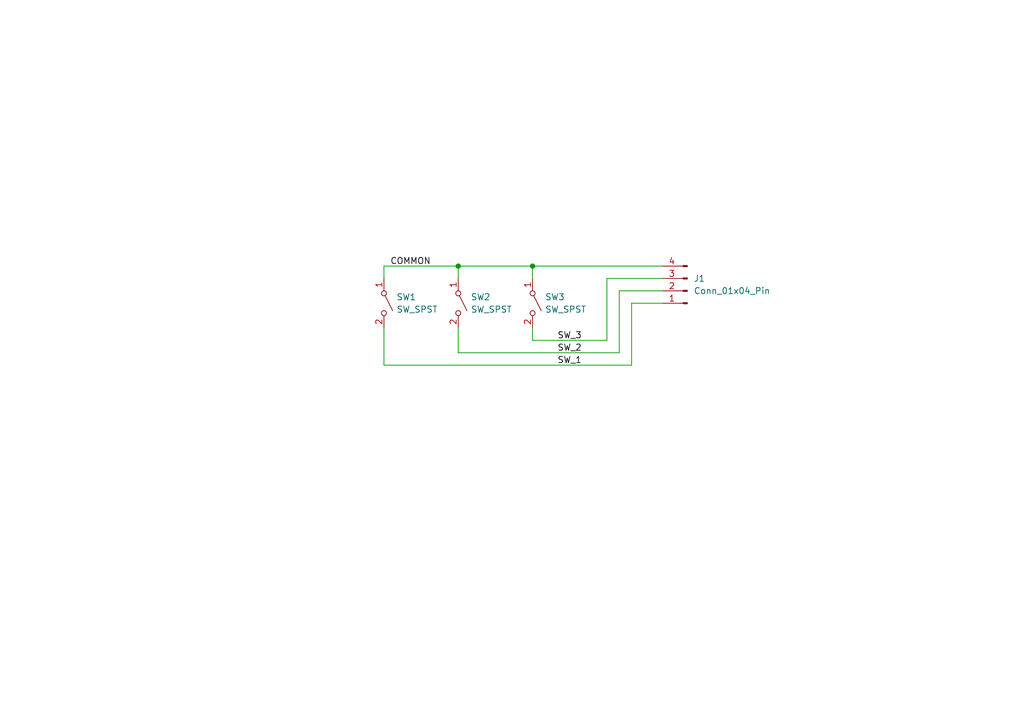
<source format=kicad_sch>
(kicad_sch (version 20231120) (generator "eeschema") (generator_version "8.0")
  (paper "A5")
  (title_block (title "Mechanical Switch Breakout Schematic") (date "2024-06-07") (rev "0.1.0"))
  (lib_symbols
    (symbol "Connector:Conn_01x04_Pin" (pin_names (offset 1.016) hide)
      (property "Reference" "J" (at 0 5.08 0))
      (property "Value" "Conn_01x04_Pin" (at 0 -7.62 0))
      (symbol "Conn_01x04_Pin_1_1"
        (polyline (pts (xy 1.27 -5.08) (xy 0.8636 -5.08)) (stroke (width 0.1524)))
        (polyline (pts (xy 1.27 -2.54) (xy 0.8636 -2.54)) (stroke (width 0.1524)))
        (polyline (pts (xy 1.27 0) (xy 0.8636 0)) (stroke (width 0.1524)))
        (polyline (pts (xy 1.27 2.54) (xy 0.8636 2.54)) (stroke (width 0.1524)))
        (rectangle (start 0.8636 -4.953) (end 0 -5.207) (stroke (width 0.1524)) (fill (type outline)))
        (rectangle (start 0.8636 -2.413) (end 0 -2.667) (stroke (width 0.1524)) (fill (type outline)))
        (rectangle (start 0.8636 0.127) (end 0 -0.127) (stroke (width 0.1524)) (fill (type outline)))
        (rectangle (start 0.8636 2.667) (end 0 2.413) (stroke (width 0.1524)) (fill (type outline)))
        (pin passive line (at 5.08 2.54 180) (length 3.81) (name "Pin_1") (number "1"))
        (pin passive line (at 5.08 0 180) (length 3.81) (name "Pin_2") (number "2"))
        (pin passive line (at 5.08 -2.54 180) (length 3.81) (name "Pin_3") (number "3"))
        (pin passive line (at 5.08 -5.08 180) (length 3.81) (name "Pin_4") (number "4"))
      )
    )
    (symbol "Switch:SW_SPST" (pin_names (offset 0) hide)
      (property "Reference" "SW" (at 0 3.175 0))
      (property "Value" "SW_SPST" (at 0 -2.54 0))
      (symbol "SW_SPST_0_0"
        (circle (center -2.032 0) (radius 0.508))
        (polyline (pts (xy -1.524 0.254) (xy 1.524 1.778)))
        (circle (center 2.032 0) (radius 0.508))
      )
      (symbol "SW_SPST_1_1"
        (pin passive line (at -5.08 0 0) (length 2.54) (name "A") (number "1"))
        (pin passive line (at 5.08 0 180) (length 2.54) (name "B") (number "2"))
      )
    )
  )
  (junction (at 93.98 54.61))
  (junction (at 109.22 54.61))
  (wire (pts (xy 129.54 74.93) (xy 129.54 62.23)))
  (wire (pts (xy 93.98 54.61) (xy 109.22 54.61)))
  (wire (pts (xy 109.22 54.61) (xy 135.89 54.61)))
  (wire (pts (xy 124.46 57.15) (xy 135.89 57.15)))
  (wire (pts (xy 78.74 67.31) (xy 78.74 74.93)))
  (wire (pts (xy 78.74 74.93) (xy 129.54 74.93)))
  (wire (pts (xy 93.98 67.31) (xy 93.98 72.39)))
  (wire (pts (xy 129.54 62.23) (xy 135.89 62.23)))
  (wire (pts (xy 93.98 54.61) (xy 93.98 57.15)))
  (wire (pts (xy 78.74 54.61) (xy 78.74 57.15)))
  (wire (pts (xy 109.22 67.31) (xy 109.22 69.85)))
  (wire (pts (xy 109.22 57.15) (xy 109.22 54.61)))
  (wire (pts (xy 109.22 69.85) (xy 124.46 69.85)))
  (wire (pts (xy 127 59.69) (xy 135.89 59.69)))
  (wire (pts (xy 124.46 57.15) (xy 124.46 69.85)))
  (wire (pts (xy 127 72.39) (xy 127 59.69)))
  (wire (pts (xy 78.74 54.61) (xy 93.98 54.61)))
  (wire (pts (xy 93.98 72.39) (xy 127 72.39)))
  (label "SW_2" (at 114.3 72.39 0))
  (label "COMMON" (at 80.01 54.61 0))
  (label "SW_1" (at 114.3 74.93 0))
  (label "SW_3" (at 114.3 69.85 0))
  (symbol (lib_id "Switch:SW_SPST") (at 93.98 62.23 270) (unit 1)
    (property "Reference" "SW2" (at 96.52 60.9599 90) (effects (justify left)))
    (property "Value" "SW_SPST" (at 96.52 63.4999 90) (effects (justify left)))
    (property "Footprint" "Button_Switch_Keyboard:SW_Cherry_MX_1.00u_PCB" (effects (hide yes)))
    (property "Description" "Single Pole Single Throw (SPST) switch" (effects (hide yes)))
  )
  (symbol (lib_id "Switch:SW_SPST") (at 78.74 62.23 270) (unit 1)
    (property "Reference" "SW1" (at 81.28 60.9599 90) (effects (justify left)))
    (property "Value" "SW_SPST" (at 81.28 63.4999 90) (effects (justify left)))
    (property "Footprint" "Button_Switch_Keyboard:SW_Cherry_MX_1.00u_PCB" (effects (hide yes)))
    (property "Description" "Single Pole Single Throw (SPST) switch" (effects (hide yes)))
  )
  (symbol (lib_id "Connector:Conn_01x04_Pin") (at 140.97 59.69 180) (unit 1)
    (property "Reference" "J1" (at 142.24 57.1499 0) (effects (justify right)))
    (property "Value" "Conn_01x04_Pin" (at 142.24 59.6899 0) (effects (justify right)))
    (property "Footprint" "Connector_PinHeader_2.54mm:PinHeader_1x04_P2.54mm_Horizontal" (effects (hide yes)))
    (property "Description" "Generic connector, single row, 01x04, script generated" (effects (hide yes)))
  )
  (symbol (lib_id "Switch:SW_SPST") (at 109.22 62.23 270) (unit 1)
    (property "Reference" "SW3" (at 111.76 60.9599 90) (effects (justify left)))
    (property "Value" "SW_SPST" (at 111.76 63.4999 90) (effects (justify left)))
    (property "Footprint" "Button_Switch_Keyboard:SW_Cherry_MX_1.00u_PCB" (effects (hide yes)))
    (property "Description" "Single Pole Single Throw (SPST) switch" (effects (hide yes)))
  )
)
</source>
